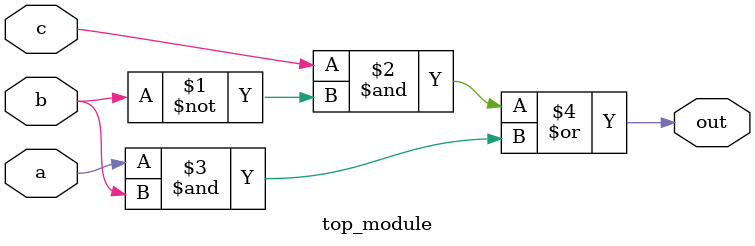
<source format=sv>
module top_module(
    input a,
    input b,
    input c,
    output out
);

assign out = (c & ~b) | (a & b);

endmodule

</source>
